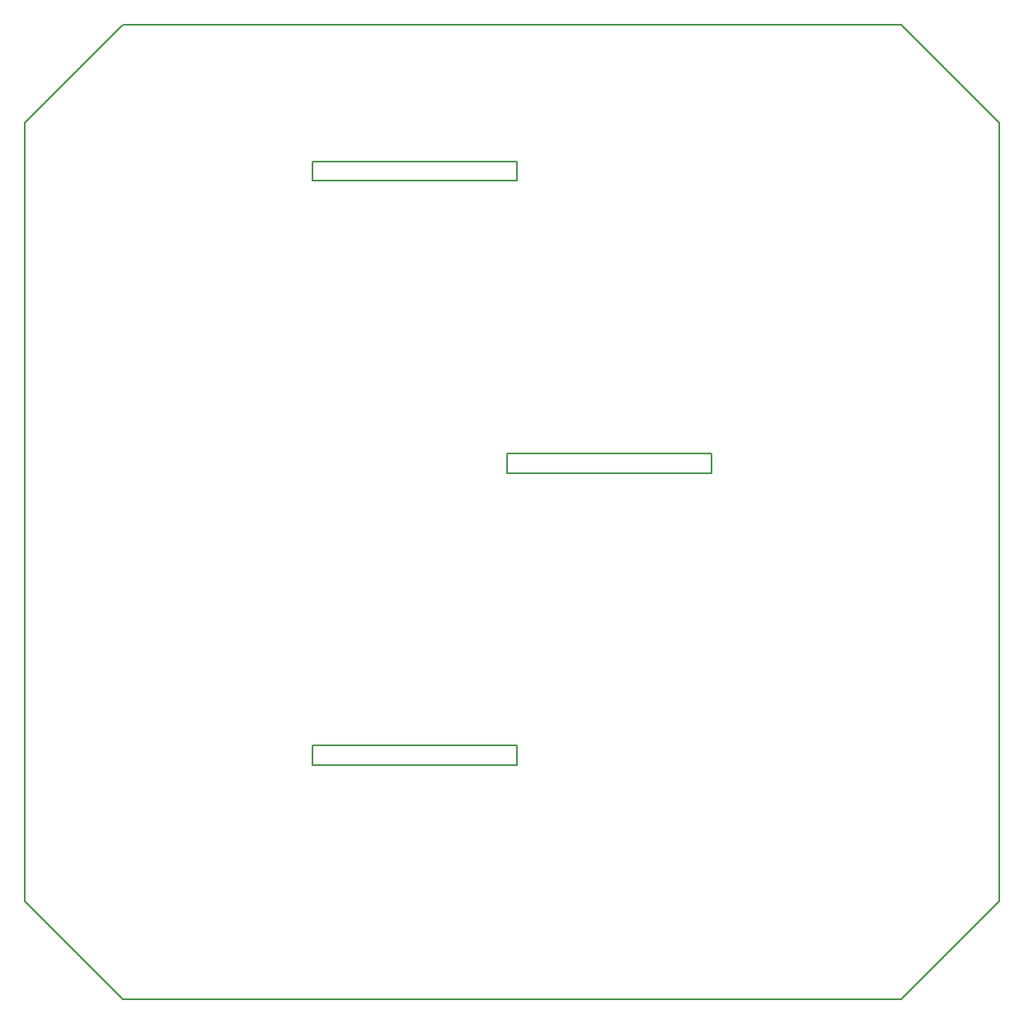
<source format=gm1>
G04 #@! TF.GenerationSoftware,KiCad,Pcbnew,(5.0.2)-1*
G04 #@! TF.CreationDate,2019-02-25T23:41:49+09:00*
G04 #@! TF.ProjectId,Land,4c616e64-2e6b-4696-9361-645f70636258,rev?*
G04 #@! TF.SameCoordinates,Original*
G04 #@! TF.FileFunction,Profile,NP*
%FSLAX46Y46*%
G04 Gerber Fmt 4.6, Leading zero omitted, Abs format (unit mm)*
G04 Created by KiCad (PCBNEW (5.0.2)-1) date 2019/02/25 23:41:49*
%MOMM*%
%LPD*%
G01*
G04 APERTURE LIST*
%ADD10C,0.200000*%
%ADD11C,0.150000*%
G04 APERTURE END LIST*
D10*
X150500000Y-99000000D02*
X150500000Y-101000000D01*
X129500000Y-99000000D02*
X150500000Y-99000000D01*
X129500000Y-101000000D02*
X129500000Y-99000000D01*
X150500000Y-101000000D02*
X129500000Y-101000000D01*
X130500000Y-129000000D02*
X130500000Y-131000000D01*
X109500000Y-129000000D02*
X130500000Y-129000000D01*
X109500000Y-131000000D02*
X109500000Y-129000000D01*
X130500000Y-131000000D02*
X109500000Y-131000000D01*
X109500000Y-71000000D02*
X109500000Y-69000000D01*
X130500000Y-71000000D02*
X109500000Y-71000000D01*
X130500000Y-69000000D02*
X130500000Y-71000000D01*
X109500000Y-69000000D02*
X130500000Y-69000000D01*
D11*
X80000000Y-145000000D02*
X90000000Y-155000000D01*
X80000000Y-65000000D02*
X80000000Y-145000000D01*
X90000000Y-55000000D02*
X80000000Y-65000000D01*
X170000000Y-55000000D02*
X90000000Y-55000000D01*
X180000000Y-65000000D02*
X170000000Y-55000000D01*
X180000000Y-145000000D02*
X180000000Y-65000000D01*
X170000000Y-155000000D02*
X180000000Y-145000000D01*
X90000000Y-155000000D02*
X170000000Y-155000000D01*
M02*

</source>
